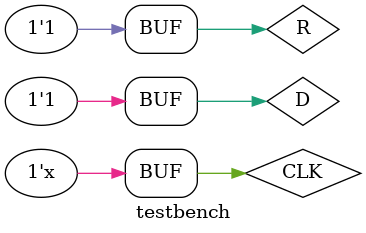
<source format=v>
`timescale 1ns / 1ps


module testbench(

    );
    reg D, CLK, R;
    wire Q;
    DFF_AsysR uut(.D(D), .R(R), .CLK(CLK), .Q(Q));
    
    initial begin
        D = 1'b0; R = 1'b0;
        #20
        D = 1'b0; R = 1'b1;
        #20
        D = 1'b1; R = 1'b0;
        #20
        D = 1'b1; R = 1'b1;
        #20;
    end
    
    initial 
        CLK = 1'b0;
        always 
            #5 CLK = ~ CLK;
    
endmodule

</source>
